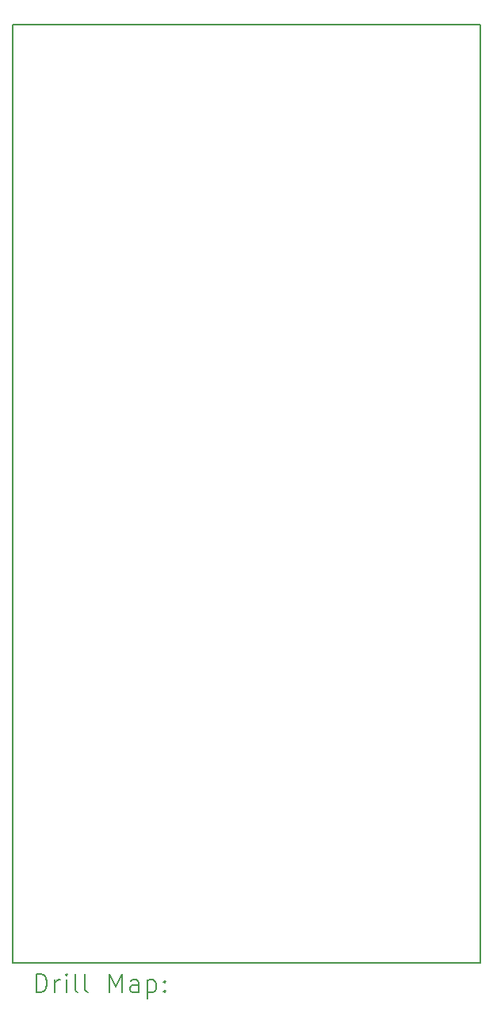
<source format=gbr>
%TF.GenerationSoftware,KiCad,Pcbnew,7.0.7*%
%TF.CreationDate,2024-01-02T20:56:35+01:00*%
%TF.ProjectId,ventirad,76656e74-6972-4616-942e-6b696361645f,rev?*%
%TF.SameCoordinates,Original*%
%TF.FileFunction,Drillmap*%
%TF.FilePolarity,Positive*%
%FSLAX45Y45*%
G04 Gerber Fmt 4.5, Leading zero omitted, Abs format (unit mm)*
G04 Created by KiCad (PCBNEW 7.0.7) date 2024-01-02 20:56:35*
%MOMM*%
%LPD*%
G01*
G04 APERTURE LIST*
%ADD10C,0.150000*%
%ADD11C,0.200000*%
G04 APERTURE END LIST*
D10*
X10700000Y-6000000D02*
X15700000Y-6000000D01*
X10700000Y-16000000D02*
X10700000Y-6000000D01*
X15700000Y-16000000D02*
X10700000Y-16000000D01*
X15700000Y-6000000D02*
X15700000Y-16000000D01*
D11*
X10953277Y-16318984D02*
X10953277Y-16118984D01*
X10953277Y-16118984D02*
X11000896Y-16118984D01*
X11000896Y-16118984D02*
X11029467Y-16128508D01*
X11029467Y-16128508D02*
X11048515Y-16147555D01*
X11048515Y-16147555D02*
X11058039Y-16166603D01*
X11058039Y-16166603D02*
X11067563Y-16204698D01*
X11067563Y-16204698D02*
X11067563Y-16233269D01*
X11067563Y-16233269D02*
X11058039Y-16271365D01*
X11058039Y-16271365D02*
X11048515Y-16290412D01*
X11048515Y-16290412D02*
X11029467Y-16309460D01*
X11029467Y-16309460D02*
X11000896Y-16318984D01*
X11000896Y-16318984D02*
X10953277Y-16318984D01*
X11153277Y-16318984D02*
X11153277Y-16185650D01*
X11153277Y-16223746D02*
X11162801Y-16204698D01*
X11162801Y-16204698D02*
X11172324Y-16195174D01*
X11172324Y-16195174D02*
X11191372Y-16185650D01*
X11191372Y-16185650D02*
X11210420Y-16185650D01*
X11277086Y-16318984D02*
X11277086Y-16185650D01*
X11277086Y-16118984D02*
X11267562Y-16128508D01*
X11267562Y-16128508D02*
X11277086Y-16138031D01*
X11277086Y-16138031D02*
X11286610Y-16128508D01*
X11286610Y-16128508D02*
X11277086Y-16118984D01*
X11277086Y-16118984D02*
X11277086Y-16138031D01*
X11400896Y-16318984D02*
X11381848Y-16309460D01*
X11381848Y-16309460D02*
X11372324Y-16290412D01*
X11372324Y-16290412D02*
X11372324Y-16118984D01*
X11505658Y-16318984D02*
X11486610Y-16309460D01*
X11486610Y-16309460D02*
X11477086Y-16290412D01*
X11477086Y-16290412D02*
X11477086Y-16118984D01*
X11734229Y-16318984D02*
X11734229Y-16118984D01*
X11734229Y-16118984D02*
X11800896Y-16261841D01*
X11800896Y-16261841D02*
X11867562Y-16118984D01*
X11867562Y-16118984D02*
X11867562Y-16318984D01*
X12048515Y-16318984D02*
X12048515Y-16214222D01*
X12048515Y-16214222D02*
X12038991Y-16195174D01*
X12038991Y-16195174D02*
X12019943Y-16185650D01*
X12019943Y-16185650D02*
X11981848Y-16185650D01*
X11981848Y-16185650D02*
X11962801Y-16195174D01*
X12048515Y-16309460D02*
X12029467Y-16318984D01*
X12029467Y-16318984D02*
X11981848Y-16318984D01*
X11981848Y-16318984D02*
X11962801Y-16309460D01*
X11962801Y-16309460D02*
X11953277Y-16290412D01*
X11953277Y-16290412D02*
X11953277Y-16271365D01*
X11953277Y-16271365D02*
X11962801Y-16252317D01*
X11962801Y-16252317D02*
X11981848Y-16242793D01*
X11981848Y-16242793D02*
X12029467Y-16242793D01*
X12029467Y-16242793D02*
X12048515Y-16233269D01*
X12143753Y-16185650D02*
X12143753Y-16385650D01*
X12143753Y-16195174D02*
X12162801Y-16185650D01*
X12162801Y-16185650D02*
X12200896Y-16185650D01*
X12200896Y-16185650D02*
X12219943Y-16195174D01*
X12219943Y-16195174D02*
X12229467Y-16204698D01*
X12229467Y-16204698D02*
X12238991Y-16223746D01*
X12238991Y-16223746D02*
X12238991Y-16280888D01*
X12238991Y-16280888D02*
X12229467Y-16299936D01*
X12229467Y-16299936D02*
X12219943Y-16309460D01*
X12219943Y-16309460D02*
X12200896Y-16318984D01*
X12200896Y-16318984D02*
X12162801Y-16318984D01*
X12162801Y-16318984D02*
X12143753Y-16309460D01*
X12324705Y-16299936D02*
X12334229Y-16309460D01*
X12334229Y-16309460D02*
X12324705Y-16318984D01*
X12324705Y-16318984D02*
X12315182Y-16309460D01*
X12315182Y-16309460D02*
X12324705Y-16299936D01*
X12324705Y-16299936D02*
X12324705Y-16318984D01*
X12324705Y-16195174D02*
X12334229Y-16204698D01*
X12334229Y-16204698D02*
X12324705Y-16214222D01*
X12324705Y-16214222D02*
X12315182Y-16204698D01*
X12315182Y-16204698D02*
X12324705Y-16195174D01*
X12324705Y-16195174D02*
X12324705Y-16214222D01*
M02*

</source>
